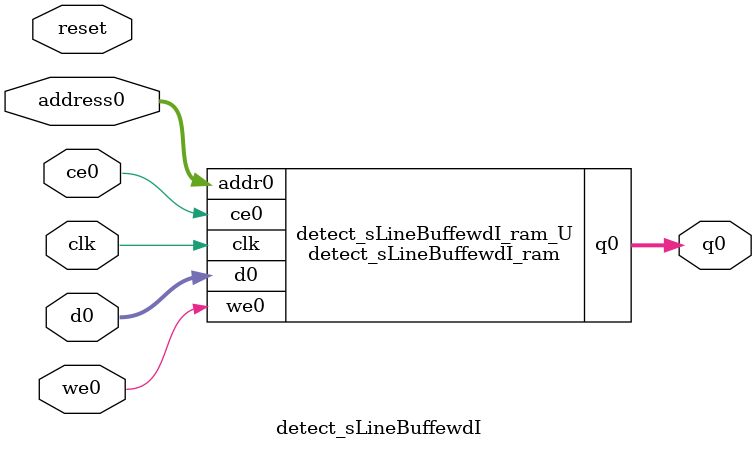
<source format=v>

`timescale 1 ns / 1 ps
module detect_sLineBuffewdI_ram (addr0, ce0, d0, we0, q0,  clk);

parameter DWIDTH = 32;
parameter AWIDTH = 10;
parameter MEM_SIZE = 513;

input[AWIDTH-1:0] addr0;
input ce0;
input[DWIDTH-1:0] d0;
input we0;
output reg[DWIDTH-1:0] q0;
input clk;

(* ram_style = "block" *)reg [DWIDTH-1:0] ram[0:MEM_SIZE-1];




always @(posedge clk)  
begin 
    if (ce0) 
    begin
        if (we0) 
        begin 
            ram[addr0] <= d0; 
            q0 <= d0;
        end 
        else 
            q0 <= ram[addr0];
    end
end


endmodule


`timescale 1 ns / 1 ps
module detect_sLineBuffewdI(
    reset,
    clk,
    address0,
    ce0,
    we0,
    d0,
    q0);

parameter DataWidth = 32'd32;
parameter AddressRange = 32'd513;
parameter AddressWidth = 32'd10;
input reset;
input clk;
input[AddressWidth - 1:0] address0;
input ce0;
input we0;
input[DataWidth - 1:0] d0;
output[DataWidth - 1:0] q0;



detect_sLineBuffewdI_ram detect_sLineBuffewdI_ram_U(
    .clk( clk ),
    .addr0( address0 ),
    .ce0( ce0 ),
    .we0( we0 ),
    .d0( d0 ),
    .q0( q0 ));

endmodule


</source>
